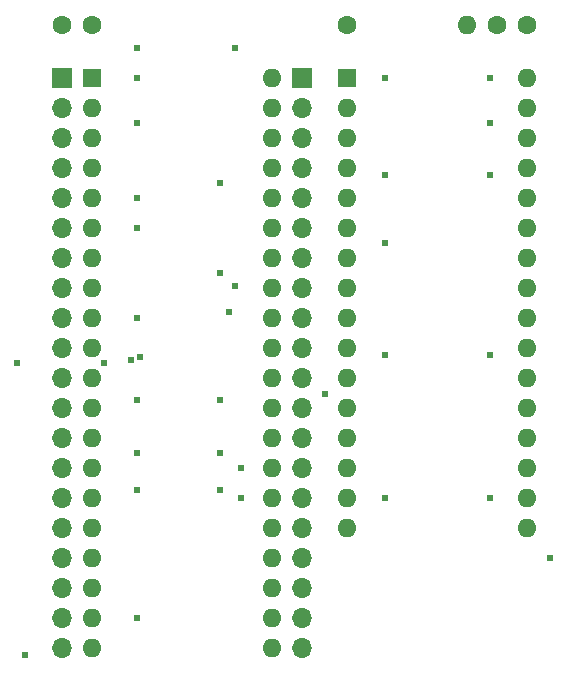
<source format=gts>
G04 #@! TF.GenerationSoftware,KiCad,Pcbnew,(6.0.9-0)*
G04 #@! TF.CreationDate,2022-12-09T10:48:47+09:00*
G04 #@! TF.ProjectId,MEZ6502RAM,4d455a36-3530-4325-9241-4d2e6b696361,A*
G04 #@! TF.SameCoordinates,PX5f5e100PY8f0d180*
G04 #@! TF.FileFunction,Soldermask,Top*
G04 #@! TF.FilePolarity,Negative*
%FSLAX46Y46*%
G04 Gerber Fmt 4.6, Leading zero omitted, Abs format (unit mm)*
G04 Created by KiCad (PCBNEW (6.0.9-0)) date 2022-12-09 10:48:47*
%MOMM*%
%LPD*%
G01*
G04 APERTURE LIST*
%ADD10R,1.600000X1.600000*%
%ADD11O,1.600000X1.600000*%
%ADD12C,1.600000*%
%ADD13R,1.700000X1.700000*%
%ADD14O,1.700000X1.700000*%
%ADD15C,0.605000*%
G04 APERTURE END LIST*
D10*
X29210000Y50800000D03*
D11*
X29210000Y48260000D03*
X29210000Y45720000D03*
X29210000Y43180000D03*
X29210000Y40640000D03*
X29210000Y38100000D03*
X29210000Y35560000D03*
X29210000Y33020000D03*
X29210000Y30480000D03*
X29210000Y27940000D03*
X29210000Y25400000D03*
X29210000Y22860000D03*
X29210000Y20320000D03*
X29210000Y17780000D03*
X29210000Y15240000D03*
X29210000Y12700000D03*
X44450000Y12700000D03*
X44450000Y15240000D03*
X44450000Y17780000D03*
X44450000Y20320000D03*
X44450000Y22860000D03*
X44450000Y25400000D03*
X44450000Y27940000D03*
X44450000Y30480000D03*
X44450000Y33020000D03*
X44450000Y35560000D03*
X44450000Y38100000D03*
X44450000Y40640000D03*
X44450000Y43180000D03*
X44450000Y45720000D03*
X44450000Y48260000D03*
X44450000Y50800000D03*
D12*
X29210000Y55245000D03*
D11*
X39370000Y55245000D03*
D10*
X7620000Y50800000D03*
D11*
X7620000Y48260000D03*
X7620000Y45720000D03*
X7620000Y43180000D03*
X7620000Y40640000D03*
X7620000Y38100000D03*
X7620000Y35560000D03*
X7620000Y33020000D03*
X7620000Y30480000D03*
X7620000Y27940000D03*
X7620000Y25400000D03*
X7620000Y22860000D03*
X7620000Y20320000D03*
X7620000Y17780000D03*
X7620000Y15240000D03*
X7620000Y12700000D03*
X7620000Y10160000D03*
X7620000Y7620000D03*
X7620000Y5080000D03*
X7620000Y2540000D03*
X22860000Y2540000D03*
X22860000Y5080000D03*
X22860000Y7620000D03*
X22860000Y10160000D03*
X22860000Y12700000D03*
X22860000Y15240000D03*
X22860000Y17780000D03*
X22860000Y20320000D03*
X22860000Y22860000D03*
X22860000Y25400000D03*
X22860000Y27940000D03*
X22860000Y30480000D03*
X22860000Y33020000D03*
X22860000Y35560000D03*
X22860000Y38100000D03*
X22860000Y40640000D03*
X22860000Y43180000D03*
X22860000Y45720000D03*
X22860000Y48260000D03*
X22860000Y50800000D03*
D12*
X41930000Y55245000D03*
X44430000Y55245000D03*
X7580000Y55245000D03*
X5080000Y55245000D03*
D13*
X5085000Y50805000D03*
D14*
X5085000Y48265000D03*
X5085000Y45725000D03*
X5085000Y43185000D03*
X5085000Y40645000D03*
X5085000Y38105000D03*
X5085000Y35565000D03*
X5085000Y33025000D03*
X5085000Y30485000D03*
X5085000Y27945000D03*
X5085000Y25405000D03*
X5085000Y22865000D03*
X5085000Y20325000D03*
X5085000Y17785000D03*
X5085000Y15245000D03*
X5085000Y12705000D03*
X5085000Y10165000D03*
X5085000Y7625000D03*
X5085000Y5085000D03*
X5085000Y2545000D03*
D13*
X25405000Y50800000D03*
D14*
X25405000Y48260000D03*
X25405000Y45720000D03*
X25405000Y43180000D03*
X25405000Y40640000D03*
X25405000Y38100000D03*
X25405000Y35560000D03*
X25405000Y33020000D03*
X25405000Y30480000D03*
X25405000Y27940000D03*
X25405000Y25400000D03*
X25405000Y22860000D03*
X25405000Y20320000D03*
X25405000Y17780000D03*
X25405000Y15240000D03*
X25405000Y12700000D03*
X25405000Y10160000D03*
X25405000Y7620000D03*
X25405000Y5080000D03*
X25405000Y2540000D03*
D15*
X41275000Y42545000D03*
X46355000Y10160000D03*
X11430000Y53340000D03*
X18415000Y15875000D03*
X32385000Y42545000D03*
X11430000Y30480000D03*
X41275000Y15240000D03*
X41275000Y27305000D03*
X41275000Y46990000D03*
X11430000Y23495000D03*
X18415000Y34290000D03*
X32385000Y15240000D03*
X11430000Y5080000D03*
X32385000Y36830000D03*
X32385000Y50800000D03*
X11430000Y19050000D03*
X11430000Y46990000D03*
X18415000Y19050000D03*
X19685000Y53340000D03*
X11430000Y50800000D03*
X41275000Y50800000D03*
X1270000Y26670000D03*
X18415000Y23495000D03*
X32385000Y27305000D03*
X11430000Y40640000D03*
X11430000Y38100000D03*
X1905000Y1905000D03*
X11430000Y15875000D03*
X18415000Y41910000D03*
X10922000Y26924500D03*
X11684000Y27200600D03*
X20189100Y17780000D03*
X20189100Y15240000D03*
X8636000Y26670000D03*
X19728400Y33147000D03*
X19197800Y30988000D03*
X27344900Y24062400D03*
M02*

</source>
